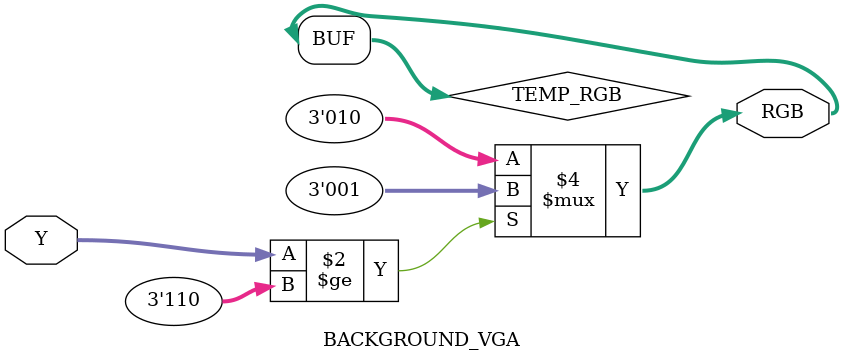
<source format=v>

module BACKGROUND_VGA ( Y, RGB );

   parameter GROUND_START = 3'd230;

   input [7:0] Y;
   
   output reg [2:0] RGB;

   reg [2:0] 	    TEMP_RGB;

   always@(Y)
     begin
	if (Y >= GROUND_START)
	  begin
	     TEMP_RGB = 3'b001;
	  end
	else
	  begin
	     TEMP_RGB = 3'b010;
	  end
	RGB = TEMP_RGB;
     end // always@ (X or Y)
endmodule // BACKGROUND_VGA

</source>
